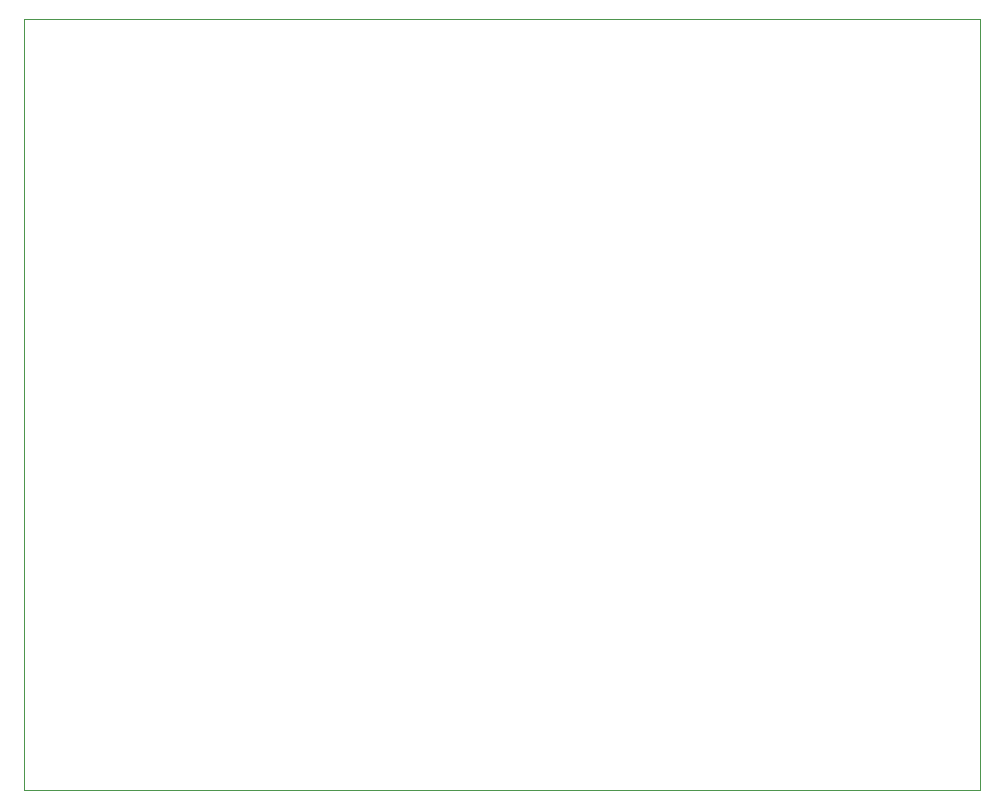
<source format=gbr>
%TF.GenerationSoftware,KiCad,Pcbnew,9.0.6*%
%TF.CreationDate,2025-12-07T16:29:36+00:00*%
%TF.ProjectId,flightsimhackpad,666c6967-6874-4736-996d-6861636b7061,rev?*%
%TF.SameCoordinates,Original*%
%TF.FileFunction,Profile,NP*%
%FSLAX46Y46*%
G04 Gerber Fmt 4.6, Leading zero omitted, Abs format (unit mm)*
G04 Created by KiCad (PCBNEW 9.0.6) date 2025-12-07 16:29:36*
%MOMM*%
%LPD*%
G01*
G04 APERTURE LIST*
%TA.AperFunction,Profile*%
%ADD10C,0.050000*%
%TD*%
G04 APERTURE END LIST*
D10*
X78887500Y-103759000D02*
X159850000Y-103759000D01*
X159850000Y-169074000D01*
X78887500Y-169074000D01*
X78887500Y-103759000D01*
M02*

</source>
